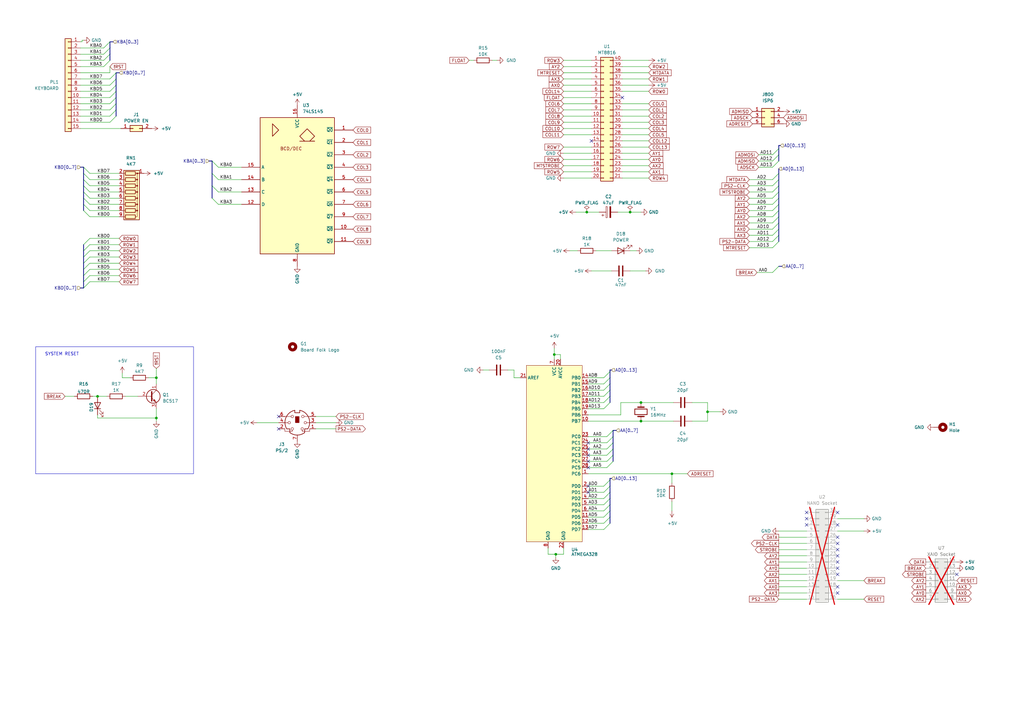
<source format=kicad_sch>
(kicad_sch (version 20230121) (generator eeschema)
  (paper "A3")
  (junction (at 227.965 227.33))
  (junction (at 258.445 86.995))
  (junction (at 40.005 162.56))
  (junction (at 227.33 145.415))
  (junction (at 275.59 194.31))
  (junction (at 290.195 168.91))
  (junction (at 262.89 165.1))
  (junction (at 262.89 172.72))
  (junction (at 240.665 86.995))
  (junction (at 64.135 171.45))
  (junction (at 64.135 154.94))
  (no_connect (at 241.3 186.69))
  (no_connect (at 242.57 57.785))
  (no_connect (at 114.3 170.815))
  (no_connect (at 114.3 175.895))
  (no_connect (at 343.535 240.665))
  (no_connect (at 343.535 243.205))
  (no_connect (at 255.27 40.005))
  (no_connect (at 343.535 215.265))
  (no_connect (at 343.535 220.345))
  (no_connect (at 343.535 222.885))
  (no_connect (at 343.535 225.425))
  (no_connect (at 343.535 227.965))
  (no_connect (at 343.535 230.505))
  (no_connect (at 343.535 233.045))
  (no_connect (at 330.835 210.185))
  (no_connect (at 330.835 212.725))
  (no_connect (at 330.835 215.265))
  (no_connect (at 343.535 210.185))
  (no_connect (at 241.3 181.61))
  (no_connect (at 241.3 191.77))
  (no_connect (at 241.3 189.23))
  (no_connect (at 241.3 201.93))
  (no_connect (at 392.43 235.585))
  (no_connect (at 241.3 184.15))
  (no_connect (at 343.535 235.585))
  (no_connect (at 241.3 199.39))
  (bus_entry (at 47.625 29.845) (size -2.54 2.54))
  (bus_entry (at 34.29 105.41) (size 2.54 -2.54))
  (bus_entry (at 45.085 22.225) (size -2.54 2.54))
  (bus_entry (at 247.65 207.01) (size 2.54 -2.54))
  (bus_entry (at 86.995 71.12) (size 2.54 2.54))
  (bus_entry (at 316.865 83.82) (size 2.54 -2.54))
  (bus_entry (at 34.29 102.87) (size 2.54 -2.54))
  (bus_entry (at 34.29 86.36) (size 2.54 2.54))
  (bus_entry (at 316.865 93.98) (size 2.54 -2.54))
  (bus_entry (at 316.865 66.04) (size 2.54 -2.54))
  (bus_entry (at 248.92 179.07) (size 2.54 -2.54))
  (bus_entry (at 248.92 191.77) (size 2.54 -2.54))
  (bus_entry (at 34.29 76.2) (size 2.54 2.54))
  (bus_entry (at 247.65 160.02) (size 2.54 -2.54))
  (bus_entry (at 34.29 107.95) (size 2.54 -2.54))
  (bus_entry (at 247.65 157.48) (size 2.54 -2.54))
  (bus_entry (at 248.92 189.23) (size 2.54 -2.54))
  (bus_entry (at 47.625 32.385) (size -2.54 2.54))
  (bus_entry (at 316.865 63.5) (size 2.54 -2.54))
  (bus_entry (at 247.65 199.39) (size 2.54 -2.54))
  (bus_entry (at 247.65 201.93) (size 2.54 -2.54))
  (bus_entry (at 34.29 73.66) (size 2.54 2.54))
  (bus_entry (at 34.29 68.58) (size 2.54 2.54))
  (bus_entry (at 34.29 110.49) (size 2.54 -2.54))
  (bus_entry (at 247.65 217.17) (size 2.54 -2.54))
  (bus_entry (at 316.865 76.2) (size 2.54 -2.54))
  (bus_entry (at 34.29 115.57) (size 2.54 -2.54))
  (bus_entry (at 34.29 83.82) (size 2.54 2.54))
  (bus_entry (at 247.65 212.09) (size 2.54 -2.54))
  (bus_entry (at 316.865 86.36) (size 2.54 -2.54))
  (bus_entry (at 248.92 186.69) (size 2.54 -2.54))
  (bus_entry (at 34.29 78.74) (size 2.54 2.54))
  (bus_entry (at 247.65 167.64) (size 2.54 -2.54))
  (bus_entry (at 47.625 40.005) (size -2.54 2.54))
  (bus_entry (at 247.65 214.63) (size 2.54 -2.54))
  (bus_entry (at 47.625 34.925) (size -2.54 2.54))
  (bus_entry (at 248.92 184.15) (size 2.54 -2.54))
  (bus_entry (at 316.865 99.06) (size 2.54 -2.54))
  (bus_entry (at 45.085 17.145) (size -2.54 2.54))
  (bus_entry (at 45.085 19.685) (size -2.54 2.54))
  (bus_entry (at 316.865 73.66) (size 2.54 -2.54))
  (bus_entry (at 247.65 209.55) (size 2.54 -2.54))
  (bus_entry (at 34.29 113.03) (size 2.54 -2.54))
  (bus_entry (at 47.625 47.625) (size -2.54 2.54))
  (bus_entry (at 248.92 181.61) (size 2.54 -2.54))
  (bus_entry (at 316.865 78.74) (size 2.54 -2.54))
  (bus_entry (at 316.865 68.58) (size 2.54 -2.54))
  (bus_entry (at 34.29 100.33) (size 2.54 -2.54))
  (bus_entry (at 34.29 118.11) (size 2.54 -2.54))
  (bus_entry (at 316.865 88.9) (size 2.54 -2.54))
  (bus_entry (at 316.865 81.28) (size 2.54 -2.54))
  (bus_entry (at 316.865 91.44) (size 2.54 -2.54))
  (bus_entry (at 316.865 111.76) (size 2.54 -2.54))
  (bus_entry (at 86.995 76.2) (size 2.54 2.54))
  (bus_entry (at 34.29 81.28) (size 2.54 2.54))
  (bus_entry (at 86.995 81.28) (size 2.54 2.54))
  (bus_entry (at 34.29 71.12) (size 2.54 2.54))
  (bus_entry (at 86.995 66.04) (size 2.54 2.54))
  (bus_entry (at 247.65 162.56) (size 2.54 -2.54))
  (bus_entry (at 316.865 101.6) (size 2.54 -2.54))
  (bus_entry (at 47.625 37.465) (size -2.54 2.54))
  (bus_entry (at 45.085 24.765) (size -2.54 2.54))
  (bus_entry (at 247.65 165.1) (size 2.54 -2.54))
  (bus_entry (at 316.865 96.52) (size 2.54 -2.54))
  (bus_entry (at 47.625 45.085) (size -2.54 2.54))
  (bus_entry (at 47.625 42.545) (size -2.54 2.54))
  (bus_entry (at 247.65 204.47) (size 2.54 -2.54))
  (bus_entry (at 247.65 154.94) (size 2.54 -2.54))
  (wire (pts (xy 231.14 52.705) (xy 242.57 52.705)))
  (bus (pts (xy 251.46 186.69) (xy 251.46 189.23)))
  (wire (pts (xy 50.165 154.94) (xy 53.34 154.94)))
  (bus (pts (xy 250.19 151.765) (xy 250.19 152.4)))
  (wire (pts (xy 255.27 60.325) (xy 266.065 60.325)))
  (wire (pts (xy 319.405 240.665) (xy 330.835 240.665)))
  (bus (pts (xy 319.405 109.22) (xy 320.675 109.22)))
  (wire (pts (xy 319.405 235.585) (xy 330.835 235.585)))
  (wire (pts (xy 241.3 184.15) (xy 248.92 184.15)))
  (wire (pts (xy 231.14 73.025) (xy 242.57 73.025)))
  (wire (pts (xy 231.14 47.625) (xy 242.57 47.625)))
  (wire (pts (xy 241.3 172.72) (xy 262.89 172.72)))
  (bus (pts (xy 86.995 76.2) (xy 86.995 81.28)))
  (wire (pts (xy 255.27 34.925) (xy 266.065 34.925)))
  (wire (pts (xy 241.3 170.18) (xy 254.635 170.18)))
  (bus (pts (xy 250.19 201.93) (xy 250.19 204.47)))
  (wire (pts (xy 129.54 175.895) (xy 137.795 175.895)))
  (wire (pts (xy 99.06 78.74) (xy 89.535 78.74)))
  (wire (pts (xy 307.34 93.98) (xy 316.865 93.98)))
  (wire (pts (xy 319.405 245.745) (xy 330.835 245.745)))
  (bus (pts (xy 47.625 32.385) (xy 47.625 34.925)))
  (wire (pts (xy 241.3 214.63) (xy 247.65 214.63)))
  (wire (pts (xy 48.895 115.57) (xy 36.83 115.57)))
  (wire (pts (xy 48.895 107.95) (xy 36.83 107.95)))
  (wire (pts (xy 48.895 86.36) (xy 36.83 86.36)))
  (wire (pts (xy 48.895 81.28) (xy 36.83 81.28)))
  (wire (pts (xy 227.965 227.33) (xy 224.79 227.33)))
  (wire (pts (xy 283.845 172.72) (xy 290.195 172.72)))
  (wire (pts (xy 307.34 91.44) (xy 316.865 91.44)))
  (wire (pts (xy 266.065 73.025) (xy 255.27 73.025)))
  (bus (pts (xy 319.405 93.98) (xy 319.405 96.52)))
  (wire (pts (xy 48.895 76.2) (xy 36.83 76.2)))
  (wire (pts (xy 241.3 160.02) (xy 247.65 160.02)))
  (wire (pts (xy 241.3 199.39) (xy 247.65 199.39)))
  (wire (pts (xy 33.02 47.625) (xy 45.085 47.625)))
  (bus (pts (xy 45.085 19.685) (xy 45.085 22.225)))
  (bus (pts (xy 251.46 179.07) (xy 251.46 181.61)))
  (wire (pts (xy 129.54 170.815) (xy 137.795 170.815)))
  (wire (pts (xy 242.57 111.125) (xy 250.825 111.125)))
  (bus (pts (xy 251.46 176.53) (xy 251.46 179.07)))
  (wire (pts (xy 48.895 73.66) (xy 36.83 73.66)))
  (wire (pts (xy 255.27 70.485) (xy 266.065 70.485)))
  (bus (pts (xy 85.725 66.04) (xy 86.995 66.04)))
  (wire (pts (xy 34.29 16.51) (xy 33.655 16.51)))
  (wire (pts (xy 231.14 62.865) (xy 242.57 62.865)))
  (wire (pts (xy 231.14 45.085) (xy 242.57 45.085)))
  (bus (pts (xy 250.825 151.765) (xy 250.19 151.765)))
  (wire (pts (xy 48.895 78.74) (xy 36.83 78.74)))
  (wire (pts (xy 33.02 27.305) (xy 42.545 27.305)))
  (wire (pts (xy 258.445 111.125) (xy 264.795 111.125)))
  (wire (pts (xy 231.14 32.385) (xy 242.57 32.385)))
  (bus (pts (xy 251.46 181.61) (xy 251.46 184.15)))
  (wire (pts (xy 241.3 189.23) (xy 248.92 189.23)))
  (bus (pts (xy 33.02 118.11) (xy 34.29 118.11)))
  (wire (pts (xy 33.02 19.685) (xy 42.545 19.685)))
  (bus (pts (xy 250.19 157.48) (xy 250.19 160.02)))
  (bus (pts (xy 319.405 83.82) (xy 319.405 86.36)))
  (wire (pts (xy 255.27 62.865) (xy 266.065 62.865)))
  (wire (pts (xy 48.895 71.12) (xy 36.83 71.12)))
  (wire (pts (xy 99.06 83.82) (xy 89.535 83.82)))
  (wire (pts (xy 255.27 27.305) (xy 266.065 27.305)))
  (wire (pts (xy 33.02 29.845) (xy 45.085 29.845)))
  (wire (pts (xy 343.535 217.805) (xy 354.33 217.805)))
  (wire (pts (xy 241.3 167.64) (xy 247.65 167.64)))
  (wire (pts (xy 227.965 227.33) (xy 227.965 228.6)))
  (bus (pts (xy 319.405 88.9) (xy 319.405 91.44)))
  (bus (pts (xy 34.29 78.74) (xy 34.29 81.28)))
  (wire (pts (xy 254.635 165.1) (xy 262.89 165.1)))
  (bus (pts (xy 319.405 86.36) (xy 319.405 88.9)))
  (wire (pts (xy 49.53 52.705) (xy 33.02 52.705)))
  (wire (pts (xy 275.59 194.31) (xy 281.94 194.31)))
  (wire (pts (xy 33.655 16.51) (xy 33.655 17.145)))
  (wire (pts (xy 319.405 225.425) (xy 330.835 225.425)))
  (wire (pts (xy 319.405 222.885) (xy 330.835 222.885)))
  (wire (pts (xy 33.02 40.005) (xy 45.085 40.005)))
  (wire (pts (xy 241.3 217.17) (xy 247.65 217.17)))
  (wire (pts (xy 241.3 209.55) (xy 247.65 209.55)))
  (wire (pts (xy 224.79 227.33) (xy 224.79 224.79)))
  (bus (pts (xy 250.19 212.09) (xy 250.19 214.63)))
  (bus (pts (xy 34.29 102.87) (xy 34.29 100.33)))
  (wire (pts (xy 307.34 96.52) (xy 316.865 96.52)))
  (wire (pts (xy 33.02 32.385) (xy 45.085 32.385)))
  (wire (pts (xy 319.405 233.045) (xy 330.835 233.045)))
  (wire (pts (xy 33.02 22.225) (xy 42.545 22.225)))
  (wire (pts (xy 241.3 179.07) (xy 248.92 179.07)))
  (bus (pts (xy 250.19 199.39) (xy 250.19 201.93)))
  (wire (pts (xy 48.895 97.79) (xy 36.83 97.79)))
  (wire (pts (xy 266.065 57.785) (xy 255.27 57.785)))
  (wire (pts (xy 255.27 29.845) (xy 266.065 29.845)))
  (bus (pts (xy 250.19 209.55) (xy 250.19 212.09)))
  (wire (pts (xy 48.895 83.82) (xy 36.83 83.82)))
  (wire (pts (xy 231.14 70.485) (xy 242.57 70.485)))
  (bus (pts (xy 250.19 196.85) (xy 250.19 199.39)))
  (wire (pts (xy 33.655 17.145) (xy 33.02 17.145)))
  (bus (pts (xy 250.19 207.01) (xy 250.19 209.55)))
  (wire (pts (xy 227.33 145.415) (xy 227.33 142.875)))
  (wire (pts (xy 307.34 101.6) (xy 316.865 101.6)))
  (wire (pts (xy 244.475 102.87) (xy 250.825 102.87)))
  (bus (pts (xy 34.29 107.95) (xy 34.29 105.41)))
  (bus (pts (xy 320.04 59.69) (xy 319.405 59.69)))
  (bus (pts (xy 250.19 196.215) (xy 250.19 196.85)))
  (wire (pts (xy 240.665 86.995) (xy 245.745 86.995)))
  (bus (pts (xy 34.29 115.57) (xy 34.29 113.03)))
  (wire (pts (xy 242.57 37.465) (xy 231.14 37.465)))
  (bus (pts (xy 46.355 17.145) (xy 45.085 17.145)))
  (bus (pts (xy 47.625 37.465) (xy 47.625 40.005)))
  (bus (pts (xy 250.19 160.02) (xy 250.19 162.56)))
  (wire (pts (xy 40.005 162.56) (xy 43.815 162.56)))
  (wire (pts (xy 64.135 151.13) (xy 64.135 154.94)))
  (wire (pts (xy 48.895 110.49) (xy 36.83 110.49)))
  (wire (pts (xy 343.535 245.745) (xy 354.33 245.745)))
  (bus (pts (xy 250.19 162.56) (xy 250.19 165.1)))
  (wire (pts (xy 255.27 50.165) (xy 266.065 50.165)))
  (wire (pts (xy 241.3 207.01) (xy 247.65 207.01)))
  (bus (pts (xy 33.02 68.58) (xy 34.29 68.58)))
  (bus (pts (xy 250.19 152.4) (xy 250.19 154.94)))
  (wire (pts (xy 231.14 42.545) (xy 242.57 42.545)))
  (wire (pts (xy 290.195 168.91) (xy 295.275 168.91)))
  (wire (pts (xy 258.445 86.995) (xy 262.89 86.995)))
  (wire (pts (xy 262.89 165.1) (xy 276.225 165.1)))
  (wire (pts (xy 33.02 50.165) (xy 45.085 50.165)))
  (bus (pts (xy 319.405 96.52) (xy 319.405 99.06)))
  (wire (pts (xy 319.405 217.805) (xy 330.835 217.805)))
  (bus (pts (xy 319.405 91.44) (xy 319.405 93.98)))
  (bus (pts (xy 319.405 60.96) (xy 319.405 63.5)))
  (bus (pts (xy 319.405 73.66) (xy 319.405 76.2)))
  (wire (pts (xy 229.87 145.415) (xy 227.33 145.415)))
  (bus (pts (xy 48.895 29.845) (xy 47.625 29.845)))
  (bus (pts (xy 319.405 78.74) (xy 319.405 81.28)))
  (wire (pts (xy 231.14 29.845) (xy 242.57 29.845)))
  (wire (pts (xy 99.06 73.66) (xy 89.535 73.66)))
  (bus (pts (xy 34.29 81.28) (xy 34.29 83.82)))
  (wire (pts (xy 233.68 102.87) (xy 236.855 102.87)))
  (bus (pts (xy 319.405 63.5) (xy 319.405 66.04)))
  (wire (pts (xy 343.535 212.725) (xy 354.33 212.725)))
  (wire (pts (xy 64.135 167.64) (xy 64.135 171.45)))
  (wire (pts (xy 33.02 42.545) (xy 45.085 42.545)))
  (bus (pts (xy 34.29 73.66) (xy 34.29 76.2)))
  (bus (pts (xy 319.405 59.69) (xy 319.405 60.96)))
  (bus (pts (xy 250.19 154.94) (xy 250.19 157.48)))
  (wire (pts (xy 290.195 172.72) (xy 290.195 168.91)))
  (wire (pts (xy 231.14 55.245) (xy 242.57 55.245)))
  (wire (pts (xy 319.405 238.125) (xy 330.835 238.125)))
  (wire (pts (xy 255.27 42.545) (xy 266.065 42.545)))
  (bus (pts (xy 252.73 176.53) (xy 251.46 176.53)))
  (bus (pts (xy 47.625 42.545) (xy 47.625 45.085)))
  (wire (pts (xy 343.535 238.125) (xy 354.33 238.125)))
  (wire (pts (xy 64.135 171.45) (xy 64.135 172.72)))
  (wire (pts (xy 307.34 81.28) (xy 316.865 81.28)))
  (wire (pts (xy 319.405 227.965) (xy 330.835 227.965)))
  (wire (pts (xy 231.14 67.945) (xy 242.57 67.945)))
  (wire (pts (xy 319.405 243.205) (xy 330.835 243.205)))
  (wire (pts (xy 48.895 113.03) (xy 36.83 113.03)))
  (wire (pts (xy 33.02 37.465) (xy 45.085 37.465)))
  (wire (pts (xy 26.67 162.56) (xy 30.48 162.56)))
  (wire (pts (xy 105.41 173.355) (xy 114.3 173.355)))
  (bus (pts (xy 250.19 204.47) (xy 250.19 207.01)))
  (wire (pts (xy 241.3 204.47) (xy 247.65 204.47)))
  (wire (pts (xy 290.195 165.1) (xy 290.195 168.91)))
  (wire (pts (xy 40.005 170.18) (xy 40.005 171.45)))
  (wire (pts (xy 307.34 88.9) (xy 316.865 88.9)))
  (bus (pts (xy 47.625 34.925) (xy 47.625 37.465)))
  (wire (pts (xy 275.59 205.74) (xy 275.59 209.55)))
  (wire (pts (xy 210.82 151.765) (xy 210.82 154.94)))
  (wire (pts (xy 227.33 145.415) (xy 227.33 147.32)))
  (wire (pts (xy 48.895 100.33) (xy 36.83 100.33)))
  (bus (pts (xy 34.29 71.12) (xy 34.29 73.66)))
  (wire (pts (xy 255.27 52.705) (xy 266.065 52.705)))
  (wire (pts (xy 229.87 147.32) (xy 229.87 145.415)))
  (wire (pts (xy 33.02 24.765) (xy 42.545 24.765)))
  (wire (pts (xy 254.635 170.18) (xy 254.635 165.1)))
  (wire (pts (xy 311.15 66.04) (xy 316.865 66.04)))
  (bus (pts (xy 45.085 17.145) (xy 45.085 19.685)))
  (bus (pts (xy 34.29 118.11) (xy 34.29 115.57)))
  (wire (pts (xy 40.005 171.45) (xy 64.135 171.45)))
  (wire (pts (xy 241.3 186.69) (xy 248.92 186.69)))
  (bus (pts (xy 86.995 71.12) (xy 86.995 76.2)))
  (bus (pts (xy 319.405 69.215) (xy 319.405 71.12)))
  (wire (pts (xy 241.3 162.56) (xy 247.65 162.56)))
  (wire (pts (xy 48.895 105.41) (xy 36.83 105.41)))
  (wire (pts (xy 307.34 76.2) (xy 316.865 76.2)))
  (wire (pts (xy 129.54 173.355) (xy 137.795 173.355)))
  (bus (pts (xy 250.825 196.215) (xy 250.19 196.215)))
  (wire (pts (xy 38.1 162.56) (xy 40.005 162.56)))
  (wire (pts (xy 255.27 45.085) (xy 266.065 45.085)))
  (wire (pts (xy 210.82 154.94) (xy 213.36 154.94)))
  (wire (pts (xy 241.3 157.48) (xy 247.65 157.48)))
  (wire (pts (xy 99.06 68.58) (xy 89.535 68.58)))
  (wire (pts (xy 236.22 86.995) (xy 240.665 86.995)))
  (wire (pts (xy 255.27 32.385) (xy 266.065 32.385)))
  (wire (pts (xy 231.14 227.33) (xy 227.965 227.33)))
  (wire (pts (xy 241.3 154.94) (xy 247.65 154.94)))
  (wire (pts (xy 231.14 224.79) (xy 231.14 227.33)))
  (bus (pts (xy 34.29 105.41) (xy 34.29 102.87)))
  (wire (pts (xy 307.34 78.74) (xy 316.865 78.74)))
  (wire (pts (xy 310.515 111.76) (xy 316.865 111.76)))
  (wire (pts (xy 255.27 24.765) (xy 266.065 24.765)))
  (wire (pts (xy 241.3 181.61) (xy 248.92 181.61)))
  (wire (pts (xy 311.15 63.5) (xy 316.865 63.5)))
  (wire (pts (xy 201.93 24.765) (xy 203.835 24.765)))
  (wire (pts (xy 319.405 220.345) (xy 330.835 220.345)))
  (bus (pts (xy 47.625 29.845) (xy 47.625 32.385)))
  (bus (pts (xy 34.29 113.03) (xy 34.29 110.49)))
  (wire (pts (xy 241.3 201.93) (xy 247.65 201.93)))
  (wire (pts (xy 307.34 83.82) (xy 316.865 83.82)))
  (bus (pts (xy 319.405 71.12) (xy 319.405 73.66)))
  (wire (pts (xy 262.89 172.72) (xy 276.225 172.72)))
  (wire (pts (xy 307.34 86.36) (xy 316.865 86.36)))
  (wire (pts (xy 231.14 65.405) (xy 242.57 65.405)))
  (wire (pts (xy 48.895 102.87) (xy 36.83 102.87)))
  (bus (pts (xy 47.625 45.085) (xy 47.625 47.625)))
  (wire (pts (xy 231.14 60.325) (xy 242.57 60.325)))
  (bus (pts (xy 45.085 22.225) (xy 45.085 24.765)))
  (bus (pts (xy 47.625 40.005) (xy 47.625 42.545)))
  (wire (pts (xy 258.445 102.87) (xy 260.985 102.87)))
  (bus (pts (xy 251.46 184.15) (xy 251.46 186.69)))
  (wire (pts (xy 275.59 194.31) (xy 275.59 198.12)))
  (bus (pts (xy 34.29 110.49) (xy 34.29 107.95)))
  (wire (pts (xy 241.3 165.1) (xy 247.65 165.1)))
  (wire (pts (xy 192.405 24.765) (xy 194.31 24.765)))
  (wire (pts (xy 51.435 162.56) (xy 56.515 162.56)))
  (bus (pts (xy 319.405 76.2) (xy 319.405 78.74)))
  (wire (pts (xy 208.28 151.765) (xy 210.82 151.765)))
  (wire (pts (xy 255.27 47.625) (xy 266.065 47.625)))
  (wire (pts (xy 45.085 29.845) (xy 45.085 27.305)))
  (wire (pts (xy 231.14 50.165) (xy 242.57 50.165)))
  (wire (pts (xy 319.405 230.505) (xy 330.835 230.505)))
  (wire (pts (xy 307.34 73.66) (xy 316.865 73.66)))
  (wire (pts (xy 64.135 154.94) (xy 64.135 157.48)))
  (wire (pts (xy 241.3 191.77) (xy 248.92 191.77)))
  (bus (pts (xy 34.29 68.58) (xy 34.29 71.12)))
  (bus (pts (xy 34.29 76.2) (xy 34.29 78.74)))
  (bus (pts (xy 319.405 81.28) (xy 319.405 83.82)))
  (wire (pts (xy 231.14 24.765) (xy 242.57 24.765)))
  (wire (pts (xy 33.02 34.925) (xy 45.085 34.925)))
  (wire (pts (xy 307.34 99.06) (xy 316.865 99.06)))
  (wire (pts (xy 50.165 153.035) (xy 50.165 154.94)))
  (wire (pts (xy 253.365 86.995) (xy 258.445 86.995)))
  (wire (pts (xy 198.12 151.765) (xy 200.66 151.765)))
  (wire (pts (xy 283.845 165.1) (xy 290.195 165.1)))
  (wire (pts (xy 241.3 212.09) (xy 247.65 212.09)))
  (wire (pts (xy 60.96 154.94) (xy 64.135 154.94)))
  (bus (pts (xy 86.995 66.04) (xy 86.995 71.12)))
  (wire (pts (xy 231.14 27.305) (xy 242.57 27.305)))
  (wire (pts (xy 255.27 55.245) (xy 266.065 55.245)))
  (wire (pts (xy 241.3 194.31) (xy 275.59 194.31)))
  (bus (pts (xy 34.29 83.82) (xy 34.29 86.36)))
  (wire (pts (xy 311.15 68.58) (xy 316.865 68.58)))
  (wire (pts (xy 231.14 40.005) (xy 242.57 40.005)))
  (wire (pts (xy 255.27 67.945) (xy 266.065 67.945)))
  (wire (pts (xy 48.895 88.9) (xy 36.83 88.9)))
  (wire (pts (xy 255.27 65.405) (xy 266.065 65.405)))
  (wire (pts (xy 33.02 45.085) (xy 45.085 45.085)))
  (wire (pts (xy 231.14 34.925) (xy 242.57 34.925)))
  (wire (pts (xy 255.27 37.465) (xy 266.065 37.465)))
  (rectangle (start 14.605 142.24) (end 79.375 194.31))
  (text "SYSTEM RESET" (at 18.415 146.05 0) (effects (font (size 1.27 1.27)) (justify left bottom)))
  (label "AA0" (at 243.205 179.07 0))
  (label "AA0" (at 311.15 111.76 0))
  (label "KBA3" (at 36.83 27.305 0))
  (label "KBD4" (at 36.83 40.005 0))
  (label "AD8" (at 241.3 154.94 0))
  (label "AA4" (at 243.205 189.23 0))
  (label "AD11" (at 310.515 96.52 0))
  (label "KBA2" (at 36.83 24.765 0))
  (label "KBD2" (at 36.83 45.085 0))
  (label "KBD2" (at 45.085 83.82 180))
  (label "AD11" (at 311.785 63.5 0))
  (label "AD9" (at 241.3 157.48 0))
  (label "AD4" (at 310.515 78.74 0))
  (label "AD6" (at 241.3 214.63 0))
  (label "AD10" (at 310.515 93.98 0))
  (label "AD0" (at 241.3 199.39 0))
  (label "KBA1" (at 95.25 73.66 180))
  (label "AD13" (at 310.515 101.6 0))
  (label "AD13" (at 241.3 167.64 0))
  (label "KBD0" (at 36.83 50.165 0))
  (label "AD7" (at 310.515 86.36 0))
  (label "AA3" (at 243.205 186.69 0))
  (label "KBA0" (at 95.25 68.58 180))
  (label "KBD0" (at 45.085 88.9 180))
  (label "KBA0" (at 36.83 19.685 0))
  (label "AD12" (at 311.785 66.04 0))
  (label "KBD4" (at 45.085 107.95 180))
  (label "KBD6" (at 36.83 34.925 0))
  (label "KBA1" (at 36.83 22.225 0))
  (label "AD1" (at 241.3 201.93 0))
  (label "KBD3" (at 36.83 42.545 0))
  (label "KBD4" (at 45.085 78.74 180))
  (label "AD10" (at 241.3 160.02 0))
  (label "KBD3" (at 45.085 81.28 180))
  (label "AD8" (at 310.515 88.9 0))
  (label "KBD1" (at 36.83 47.625 0))
  (label "KBA3" (at 95.25 83.82 180))
  (label "AA2" (at 243.205 184.15 0))
  (label "KBD2" (at 45.085 102.87 180))
  (label "AD2" (at 241.3 204.47 0))
  (label "AD4" (at 241.3 209.55 0))
  (label "KBD5" (at 36.83 37.465 0))
  (label "KBD0" (at 45.085 97.79 180))
  (label "AD5" (at 241.3 212.09 0))
  (label "AD5" (at 310.515 81.28 0))
  (label "AA1" (at 243.205 181.61 0))
  (label "AD6" (at 310.515 83.82 0))
  (label "KBD6" (at 45.085 73.66 180))
  (label "KBD5" (at 45.085 110.49 180))
  (label "AD2" (at 310.515 73.66 0))
  (label "KBA2" (at 95.25 78.74 180))
  (label "AD12" (at 241.3 165.1 0))
  (label "AD13" (at 311.785 68.58 0))
  (label "KBD7" (at 45.085 115.57 180))
  (label "KBD6" (at 45.085 113.03 180))
  (label "KBD7" (at 36.83 32.385 0))
  (label "AA5" (at 243.205 191.77 0))
  (label "KBD5" (at 45.085 76.2 180))
  (label "AD12" (at 310.515 99.06 0))
  (label "AD3" (at 241.3 207.01 0))
  (label "AD9" (at 310.515 91.44 0))
  (label "KBD1" (at 45.085 86.36 180))
  (label "AD11" (at 241.3 162.56 0))
  (label "AD7" (at 241.3 217.17 0))
  (label "KBD3" (at 45.085 105.41 180))
  (label "KBD1" (at 45.085 100.33 180))
  (label "KBD7" (at 45.085 71.12 180))
  (label "AD3" (at 310.515 76.2 0))
  (global_label "ADMISO" (shape input) (at 311.15 66.04 180) (property "Intersheetrefs" "${INTERSHEET_REFS}" (effects hide)))
  (global_label "MTRESET" (shape input) (at 307.34 101.6 180) (property "Intersheetrefs" "${INTERSHEET_REFS}" (effects hide)))
  (global_label "PS2-CLK" (shape input) (at 307.34 76.2 180) (property "Intersheetrefs" "${INTERSHEET_REFS}" (effects hide)))
  (global_label "AY0" (shape output) (at 319.405 233.045 180) (property "Intersheetrefs" "${INTERSHEET_REFS}" (effects hide)))
  (global_label "ROW2" (shape input) (at 266.065 27.305 0) (property "Intersheetrefs" "${INTERSHEET_REFS}" (effects hide)))
  (global_label "AX2" (shape output) (at 379.73 245.745 180) (property "Intersheetrefs" "${INTERSHEET_REFS}" (effects hide)))
  (global_label "ROW1" (shape input) (at 266.065 32.385 0) (property "Intersheetrefs" "${INTERSHEET_REFS}" (effects hide)))
  (global_label "AX0" (shape input) (at 231.14 34.925 180) (property "Intersheetrefs" "${INTERSHEET_REFS}" (effects hide)))
  (global_label "COL5" (shape input) (at 144.78 78.74 0) (property "Intersheetrefs" "${INTERSHEET_REFS}" (effects hide)))
  (global_label "COL8" (shape input) (at 144.78 93.98 0) (property "Intersheetrefs" "${INTERSHEET_REFS}" (effects hide)))
  (global_label "ADRESET" (shape input) (at 281.94 194.31 0) (property "Intersheetrefs" "${INTERSHEET_REFS}" (effects hide)))
  (global_label "BREAK" (shape input) (at 379.73 233.045 180) (property "Intersheetrefs" "${INTERSHEET_REFS}" (effects hide)))
  (global_label "PS2-DATA" (shape output) (at 137.795 175.895 0) (property "Intersheetrefs" "${INTERSHEET_REFS}" (effects hide)))
  (global_label "AX2" (shape input) (at 266.065 67.945 0) (property "Intersheetrefs" "${INTERSHEET_REFS}" (effects hide)))
  (global_label "AY1" (shape input) (at 266.065 62.865 0) (property "Intersheetrefs" "${INTERSHEET_REFS}" (effects hide)))
  (global_label "DATA" (shape output) (at 379.73 230.505 180) (property "Intersheetrefs" "${INTERSHEET_REFS}" (effects hide)))
  (global_label "AY2" (shape output) (at 319.405 227.965 180) (property "Intersheetrefs" "${INTERSHEET_REFS}" (effects hide)))
  (global_label "AX0" (shape input) (at 307.34 93.98 180) (property "Intersheetrefs" "${INTERSHEET_REFS}" (effects hide)))
  (global_label "ADMOSI" (shape input) (at 321.31 48.26 0) (property "Intersheetrefs" "${INTERSHEET_REFS}" (effects hide)))
  (global_label "MTDATA" (shape input) (at 307.34 73.66 180) (property "Intersheetrefs" "${INTERSHEET_REFS}" (effects hide)))
  (global_label "BREAK" (shape input) (at 26.67 162.56 180) (property "Intersheetrefs" "${INTERSHEET_REFS}" (effects hide)))
  (global_label "COL0" (shape input) (at 266.065 42.545 0) (property "Intersheetrefs" "${INTERSHEET_REFS}" (effects hide)))
  (global_label "AY1" (shape input) (at 307.34 83.82 180) (property "Intersheetrefs" "${INTERSHEET_REFS}" (effects hide)))
  (global_label "ADMOSI" (shape input) (at 311.15 63.5 180) (property "Intersheetrefs" "${INTERSHEET_REFS}" (effects hide)))
  (global_label "AX3" (shape output) (at 392.43 240.665 0) (property "Intersheetrefs" "${INTERSHEET_REFS}" (effects hide)))
  (global_label "ROW6" (shape input) (at 48.895 113.03 0) (property "Intersheetrefs" "${INTERSHEET_REFS}" (effects hide)))
  (global_label "ROW2" (shape input) (at 48.895 102.87 0) (property "Intersheetrefs" "${INTERSHEET_REFS}" (effects hide)))
  (global_label "ROW5" (shape input) (at 231.14 70.485 180) (property "Intersheetrefs" "${INTERSHEET_REFS}" (effects hide)))
  (global_label "ROW6" (shape input) (at 231.14 65.405 180) (property "Intersheetrefs" "${INTERSHEET_REFS}" (effects hide)))
  (global_label "COL0" (shape input) (at 144.78 53.34 0) (property "Intersheetrefs" "${INTERSHEET_REFS}" (effects hide)))
  (global_label "COL6" (shape input) (at 144.78 83.82 0) (property "Intersheetrefs" "${INTERSHEET_REFS}" (effects hide)))
  (global_label "COL2" (shape input) (at 144.78 63.5 0) (property "Intersheetrefs" "${INTERSHEET_REFS}" (effects hide)))
  (global_label "RESET" (shape input) (at 354.33 245.745 0) (property "Intersheetrefs" "${INTERSHEET_REFS}" (effects hide)))
  (global_label "MTDATA" (shape input) (at 266.065 29.845 0) (property "Intersheetrefs" "${INTERSHEET_REFS}" (effects hide)))
  (global_label "PS2-DATA" (shape input) (at 307.34 99.06 180) (property "Intersheetrefs" "${INTERSHEET_REFS}" (effects hide)))
  (global_label "ROW0" (shape input) (at 266.065 37.465 0) (property "Intersheetrefs" "${INTERSHEET_REFS}" (effects hide)))
  (global_label "ROW0" (shape input) (at 48.895 97.79 0) (property "Intersheetrefs" "${INTERSHEET_REFS}" (effects hide)))
  (global_label "PS2-CLK" (shape input) (at 137.795 170.815 0) (property "Intersheetrefs" "${INTERSHEET_REFS}" (effects hide)))
  (global_label "MTRESET" (shape input) (at 231.14 29.845 180) (property "Intersheetrefs" "${INTERSHEET_REFS}" (effects hide)))
  (global_label "COL12" (shape input) (at 266.065 57.785 0) (property "Intersheetrefs" "${INTERSHEET_REFS}" (effects hide)))
  (global_label "!RST" (shape input) (at 64.135 151.13 90) (property "Intersheetrefs" "${INTERSHEET_REFS}" (effects hide)))
  (global_label "COL11" (shape input) (at 231.14 55.245 180) (property "Intersheetrefs" "${INTERSHEET_REFS}" (effects hide)))
  (global_label "AX0" (shape output) (at 392.43 243.205 0) (property "Intersheetrefs" "${INTERSHEET_REFS}" (effects hide)))
  (global_label "BREAK" (shape input) (at 354.33 238.125 0) (property "Intersheetrefs" "${INTERSHEET_REFS}" (effects hide)))
  (global_label "!RST" (shape input) (at 45.085 27.305 0) (property "Intersheetrefs" "${INTERSHEET_REFS}" (effects hide)))
  (global_label "COL13" (shape input) (at 266.065 60.325 0) (property "Intersheetrefs" "${INTERSHEET_REFS}" (effects hide)))
  (global_label "COL1" (shape input) (at 266.065 45.085 0) (property "Intersheetrefs" "${INTERSHEET_REFS}" (effects hide)))
  (global_label "COL10" (shape input) (at 231.14 52.705 180) (property "Intersheetrefs" "${INTERSHEET_REFS}" (effects hide)))
  (global_label "AY0" (shape input) (at 266.065 65.405 0) (property "Intersheetrefs" "${INTERSHEET_REFS}" (effects hide)))
  (global_label "ROW1" (shape input) (at 48.895 100.33 0) (property "Intersheetrefs" "${INTERSHEET_REFS}" (effects hide)))
  (global_label "COL2" (shape input) (at 266.065 47.625 0) (property "Intersheetrefs" "${INTERSHEET_REFS}" (effects hide)))
  (global_label "BREAK" (shape input) (at 310.515 111.76 180) (property "Intersheetrefs" "${INTERSHEET_REFS}" (effects hide)))
  (global_label "MTSTROBE" (shape input) (at 307.34 78.74 180) (property "Intersheetrefs" "${INTERSHEET_REFS}" (effects hide)))
  (global_label "COL14" (shape input) (at 231.14 37.465 180) (property "Intersheetrefs" "${INTERSHEET_REFS}" (effects hide)))
  (global_label "AY1" (shape output) (at 379.73 240.665 180) (property "Intersheetrefs" "${INTERSHEET_REFS}" (effects hide)))
  (global_label "ADSCK" (shape input) (at 308.61 48.26 180) (property "Intersheetrefs" "${INTERSHEET_REFS}" (effects hide)))
  (global_label "AX3" (shape input) (at 307.34 96.52 180) (property "Intersheetrefs" "${INTERSHEET_REFS}" (effects hide)))
  (global_label "AX2" (shape output) (at 319.405 235.585 180) (property "Intersheetrefs" "${INTERSHEET_REFS}" (effects hide)))
  (global_label "COL6" (shape input) (at 231.14 42.545 180) (property "Intersheetrefs" "${INTERSHEET_REFS}" (effects hide)))
  (global_label "AY1" (shape output) (at 319.405 230.505 180) (property "Intersheetrefs" "${INTERSHEET_REFS}" (effects hide)))
  (global_label "COL9" (shape input) (at 144.78 99.06 0) (property "Intersheetrefs" "${INTERSHEET_REFS}" (effects hide)))
  (global_label "ROW4" (shape input) (at 48.895 107.95 0) (property "Intersheetrefs" "${INTERSHEET_REFS}" (effects hide)))
  (global_label "MTSTROBE" (shape input) (at 231.14 67.945 180) (property "Intersheetrefs" "${INTERSHEET_REFS}" (effects hide)))
  (global_label "PS2-CLK" (shape output) (at 319.405 222.885 180) (property "Intersheetrefs" "${INTERSHEET_REFS}" (effects hide)))
  (global_label "ROW3" (shape input) (at 231.14 24.765 180) (property "Intersheetrefs" "${INTERSHEET_REFS}" (effects hide)))
  (global_label "RESET" (shape input) (at 392.43 238.125 0) (property "Intersheetrefs" "${INTERSHEET_REFS}" (effects hide)))
  (global_label "FLOAT" (shape input) (at 231.14 40.005 180) (property "Intersheetrefs" "${INTERSHEET_REFS}" (effects hide)))
  (global_label "COL4" (shape input) (at 144.78 73.66 0) (property "Intersheetrefs" "${INTERSHEET_REFS}" (effects hide)))
  (global_label "ADMISO" (shape input) (at 308.61 45.72 180) (property "Intersheetrefs" "${INTERSHEET_REFS}" (effects hide)))
  (global_label "AY0" (shape output) (at 379.73 243.205 180) (property "Intersheetrefs" "${INTERSHEET_REFS}" (effects hide)))
  (global_label "AY2" (shape input) (at 231.14 27.305 180) (property "Intersheetrefs" "${INTERSHEET_REFS}" (effects hide)))
  (global_label "COL5" (shape input) (at 266.065 55.245 0) (property "Intersheetrefs" "${INTERSHEET_REFS}" (effects hide)))
  (global_label "DATA" (shape output) (at 319.405 220.345 180) (property "Intersheetrefs" "${INTERSHEET_REFS}" (effects hide)))
  (global_label "ROW4" (shape input) (at 266.065 73.025 0) (property "Intersheetrefs" "${INTERSHEET_REFS}" (effects hide)))
  (global_label "AY2" (shape output) (at 379.73 238.125 180) (property "Intersheetrefs" "${INTERSHEET_REFS}" (effects hide)))
  (global_label "ADSCK" (shape input) (at 311.15 68.58 180) (property "Intersheetrefs" "${INTERSHEET_REFS}" (effects hide)))
  (global_label "AX1" (shape input) (at 266.065 70.485 0) (property "Intersheetrefs" "${INTERSHEET_REFS}" (effects hide)))
  (global_label "COL3" (shape input) (at 144.78 68.58 0) (property "Intersheetrefs" "${INTERSHEET_REFS}" (effects hide)))
  (global_label "ROW5" (shape input) (at 48.895 110.49 0) (property "Intersheetrefs" "${INTERSHEET_REFS}" (effects hide)))
  (global_label "AX3" (shape output) (at 319.405 243.205 180) (property "Intersheetrefs" "${INTERSHEET_REFS}" (effects hide)))
  (global_label "AX1" (shape input) (at 307.34 91.44 180) (property "Intersheetrefs" "${INTERSHEET_REFS}" (effects hide)))
  (global_label "AX0" (shape output) (at 319.405 240.665 180) (property "Intersheetrefs" "${INTERSHEET_REFS}" (effects hide)))
  (global_label "ADRESET" (shape input) (at 308.61 50.8 180) (property "Intersheetrefs" "${INTERSHEET_REFS}" (effects hide)))
  (global_label "AX1" (shape output) (at 392.43 245.745 0) (property "Intersheetrefs" "${INTERSHEET_REFS}" (effects hide)))
  (global_label "AY0" (shape input) (at 307.34 86.36 180) (property "Intersheetrefs" "${INTERSHEET_REFS}" (effects hide)))
  (global_label "COL7" (shape input) (at 144.78 88.9 0) (property "Intersheetrefs" "${INTERSHEET_REFS}" (effects hide)))
  (global_label "ROW7" (shape input) (at 231.14 60.325 180) (property "Intersheetrefs" "${INTERSHEET_REFS}" (effects hide)))
  (global_label "COL9" (shape input) (at 231.14 50.165 180) (property "Intersheetrefs" "${INTERSHEET_REFS}" (effects hide)))
  (global_label "AY2" (shape input) (at 307.34 81.28 180) (property "Intersheetrefs" "${INTERSHEET_REFS}" (effects hide)))
  (global_label "COL3" (shape input) (at 266.065 50.165 0) (property "Intersheetrefs" "${INTERSHEET_REFS}" (effects hide)))
  (global_label "STROBE" (shape output) (at 319.405 225.425 180) (property "Intersheetrefs" "${INTERSHEET_REFS}" (effects hide)))
  (global_label "FLOAT" (shape input) (at 192.405 24.765 180) (property "Intersheetrefs" "${INTERSHEET_REFS}" (effects hide)))
  (global_label "ROW7" (shape input) (at 48.895 115.57 0) (property "Intersheetrefs" "${INTERSHEET_REFS}" (effects hide)))
  (global_label "COL8" (shape input) (at 231.14 47.625 180) (property "Intersheetrefs" "${INTERSHEET_REFS}" (effects hide)))
  (global_label "COL1" (shape input) (at 144.78 58.42 0) (property "Intersheetrefs" "${INTERSHEET_REFS}" (effects hide)))
  (global_label "STROBE" (shape output) (at 379.73 235.585 180) (property "Intersheetrefs" "${INTERSHEET_REFS}" (effects hide)))
  (global_label "COL7" (shape input) (at 231.14 45.085 180) (property "Intersheetrefs" "${INTERSHEET_REFS}" (effects hide)))
  (global_label "AX3" (shape input) (at 231.14 32.385 180) (property "Intersheetrefs" "${INTERSHEET_REFS}" (effects hide)))
  (global_label "AX2" (shape input) (at 307.34 88.9 180) (property "Intersheetrefs" "${INTERSHEET_REFS}" (effects hide)))
  (global_label "ROW3" (shape input) (at 48.895 105.41 0) (property "Intersheetrefs" "${INTERSHEET_REFS}" (effects hide)))
  (global_label "COL4" (shape input) (at 266.065 52.705 0) (property "Intersheetrefs" "${INTERSHEET_REFS}" (effects hide)))
  (global_label "AX1" (shape output) (at 319.405 238.125 180) (property "Intersheetrefs" "${INTERSHEET_REFS}" (effects hide)))
  (global_label "PS2-DATA" (shape input) (at 319.405 245.745 180) (property "Intersheetrefs" "${INTERSHEET_REFS}" (effects hide)))
  (hierarchical_label "AD[0..13]" (shape input) (at 250.825 196.215 0))
  (hierarchical_label "KBA[0..3]" (shape input) (at 46.355 17.145 0))
  (hierarchical_label "KBD[0..7]" (shape input) (at 33.02 68.58 180))
  (hierarchical_label "AD[0..13]" (shape input) (at 320.04 59.69 0))
  (hierarchical_label "KBD[0..7]" (shape input) (at 33.02 118.11 180))
  (hierarchical_label "AA[0..7]" (shape input) (at 320.675 109.22 0))
  (hierarchical_label "AD[0..13]" (shape input) (at 319.405 69.215 0))
  (hierarchical_label "KBA[0..3]" (shape input) (at 85.725 66.04 180))
  (hierarchical_label "AD[0..13]" (shape input) (at 250.825 151.765 0))
  (hierarchical_label "KBD[0..7]" (shape input) (at 48.895 29.845 0))
  (hierarchical_label "AA[0..7]" (shape input) (at 252.73 176.53 0))
  (symbol (lib_id "Device:C") (at 280.035 172.72 90) (unit 1)
    (property "Reference" "C4" (at 280.035 177.8 90))
    (property "Value" "20pF" (at 280.035 180.34 90))
    (property "Footprint" "Capacitor_THT:C_Disc_D3.0mm_W1.6mm_P2.50mm" (effects hide))
  )
  (symbol (lib_id "Connector_Generic:Conn_02x07_Counter_Clockwise") (at 384.81 238.125 0) (unit 1) (in_bom no) (on_board no) (dnp yes)
    (property "Reference" "U7" (at 386.08 224.79 0))
    (property "Value" "XAIO Socket" (at 386.08 227.33 0))
    (property "Footprint" "Arduino:XAIO 14PIN" (effects hide))
    (property "Sim.Enable" "0" (effects hide))
  )
  (symbol (lib_id "power:PWR_FLAG") (at 258.445 86.995 0) (unit 1)
    (property "Reference" "#FLG02" (effects hide))
    (property "Value" "PWR_FLAG" (at 258.445 83.185 0))
  )
  (symbol (lib_id "Connector_Generic:Conn_02x15_Counter_Clockwise") (at 335.915 227.965 0) (unit 1) (in_bom no) (on_board no) (dnp yes)
    (property "Reference" "U2" (at 337.185 203.835 0))
    (property "Value" "NANO Socket" (at 337.185 206.375 0))
    (property "Footprint" "Arduino:Arduino_Nano_WithMountingHoles" (effects hide))
    (property "Sim.Enable" "0" (effects hide))
  )
  (symbol (lib_id "power:+5V") (at 392.43 230.505 270) (unit 1)
    (property "Reference" "#PWR08" (effects hide))
    (property "Value" "+5V" (at 395.605 230.505 90) (effects (justify left)))
  )
  (symbol (lib_id "Device:C") (at 204.47 151.765 270) (unit 1)
    (property "Reference" "C5" (at 204.47 146.685 90))
    (property "Value" "100nF" (at 204.47 144.145 90))
    (property "Footprint" "Capacitor_THT:C_Disc_D4.3mm_W1.9mm_P5.00mm" (effects hide))
  )
  (symbol (lib_id "Connector_Generic:Conn_02x01") (at 54.61 52.705 0) (unit 1)
    (property "Reference" "J1" (at 55.88 46.99 0))
    (property "Value" "POWER EN" (at 55.88 49.53 0))
    (property "Footprint" "Connector_PinHeader_2.54mm:PinHeader_1x02_P2.54mm_Vertical" (effects hide))
  )
  (symbol (lib_id "power:GND") (at 260.985 102.87 90) (unit 1)
    (property "Reference" "#PWR019" (effects hide))
    (property "Value" "GND" (at 264.16 102.87 90) (effects (justify right)))
  )
  (symbol (lib_id "power:GND") (at 198.12 151.765 270) (unit 1)
    (property "Reference" "#PWR05" (effects hide))
    (property "Value" "GND" (at 194.31 151.7649 90) (effects (justify right)))
  )
  (symbol (lib_id "power:GND") (at 121.92 109.22 0) (mirror y) (unit 1)
    (property "Reference" "#PWR014" (effects hide))
    (property "Value" "GND" (at 121.92 112.395 90) (effects (justify right)))
  )
  (symbol (lib_id "power:+5V") (at 275.59 209.55 180) (unit 1)
    (property "Reference" "#PWR031" (effects hide))
    (property "Value" "+5V" (at 273.685 214.63 0) (effects (justify right)))
  )
  (symbol (lib_id "power:+5V") (at 354.33 217.805 270) (unit 1)
    (property "Reference" "#PWR09" (effects hide))
    (property "Value" "+5V" (at 357.505 217.805 90) (effects (justify left)))
  )
  (symbol (lib_id "power:GND") (at 295.275 168.91 90) (unit 1)
    (property "Reference" "#PWR032" (effects hide))
    (property "Value" "GND" (at 298.45 168.9099 90) (effects (justify right)))
  )
  (symbol (lib_id "power:GND") (at 262.89 86.995 90) (unit 1)
    (property "Reference" "#PWR026" (effects hide))
    (property "Value" "GND" (at 266.065 86.995 90) (effects (justify right)))
  )
  (symbol (lib_id "power:GND") (at 264.795 111.125 90) (unit 1)
    (property "Reference" "#PWR028" (effects hide))
    (property "Value" "GND" (at 268.605 111.125 90) (effects (justify right)))
  )
  (symbol (lib_id "Device:Crystal") (at 262.89 168.91 270) (unit 1)
    (property "Reference" "Y1" (at 266.7 167.64 90) (effects (justify left)))
    (property "Value" "16MHz" (at 266.7 170.18 90) (effects (justify left)))
    (property "Footprint" "Crystal:Crystal_HC49-U_Vertical" (effects hide))
  )
  (symbol (lib_id "Device:R") (at 57.15 154.94 270) (unit 1)
    (property "Reference" "R9" (at 57.15 149.86 90))
    (property "Value" "4K7" (at 57.15 152.4 90))
    (property "Footprint" "Resistor_THT:R_Axial_DIN0204_L3.6mm_D1.6mm_P7.62mm_Horizontal" (effects hide))
  )
  (symbol (lib_id "Device:LED") (at 254.635 102.87 180) (unit 1)
    (property "Reference" "D18" (at 254.635 95.885 0))
    (property "Value" "POWER" (at 254.635 98.425 0))
    (property "Footprint" "LED_THT:LED_D3.0mm" (effects hide))
  )
  (symbol (lib_id "Device:R") (at 47.625 162.56 270) (unit 1)
    (property "Reference" "R17" (at 47.625 157.48 90))
    (property "Value" "1K" (at 47.625 160.02 90))
    (property "Footprint" "Resistor_THT:R_Axial_DIN0204_L3.6mm_D1.6mm_P7.62mm_Horizontal" (effects hide))
  )
  (symbol (lib_id "power:GND") (at 121.92 180.975 0) (unit 1)
    (property "Reference" "#PWR023" (effects hide))
    (property "Value" "GND" (at 121.92 184.15 90) (effects (justify right)))
  )
  (symbol (lib_id "Connector_Generic:Conn_02x03_Odd_Even") (at 313.69 48.26 0) (unit 1)
    (property "Reference" "J800" (at 314.96 38.735 0))
    (property "Value" "ISP6" (at 314.96 41.275 0))
    (property "Footprint" "Connector_PinHeader_2.54mm:PinHeader_2x03_P2.54mm_Vertical" (effects hide))
  )
  (symbol (lib_id "power:+5V") (at 236.22 86.995 90) (unit 1)
    (property "Reference" "#PWR02" (effects hide))
    (property "Value" "+5V" (at 233.045 86.995 90) (effects (justify left)))
  )
  (symbol (lib_id "Device:R_Network08") (at 53.975 81.28 270) (unit 1)
    (property "Reference" "RN1" (at 53.721 64.77 90))
    (property "Value" "4K7" (at 53.721 67.31 90))
    (property "Footprint" "Resistor_THT:R_Array_SIP9" (effects hide))
    (property "Datasheet" "http://www.vishay.com/docs/31509/csc.pdf" (effects hide))
  )
  (symbol (lib_id "power:GND") (at 321.31 50.8 90) (unit 1)
    (property "Reference" "#PWR034" (effects hide))
    (property "Value" "GND" (at 324.485 50.7999 90) (effects (justify right)))
  )
  (symbol (lib_id "power:+5V") (at 233.68 102.87 90) (unit 1)
    (property "Reference" "#PWR020" (effects hide))
    (property "Value" "+5V" (at 230.505 102.87 90) (effects (justify left)))
  )
  (symbol (lib_id "Device:LED") (at 40.005 166.37 90) (unit 1)
    (property "Reference" "D19" (at 37.465 167.005 0))
    (property "Value" "RESET" (effects hide))
    (property "Footprint" "LED_THT:LED_D3.0mm" (effects hide))
  )
  (symbol (lib_id "Mechanical:MountingHole_Pad") (at 385.445 175.26 270) (unit 1)
    (property "Reference" "H1" (at 389.255 173.99 90) (effects (justify left)))
    (property "Value" "Hole" (at 389.255 176.53 90) (effects (justify left)))
    (property "Footprint" "MountingHole:MountingHole_3.7mm_Pad" (effects hide))
  )
  (symbol (lib_id "power:GND") (at 34.29 16.51 90) (mirror x) (unit 1)
    (property "Reference" "#PWR07" (effects hide))
    (property "Value" "GND" (at 37.465 16.51 90) (effects (justify right)))
  )
  (symbol (lib_id "Device:R") (at 198.12 24.765 90) (unit 1)
    (property "Reference" "R15" (at 198.12 19.685 90))
    (property "Value" "10K" (at 198.12 22.225 90))
    (property "Footprint" "Resistor_THT:R_Axial_DIN0204_L3.6mm_D1.6mm_P7.62mm_Horizontal" (effects hide))
  )
  (symbol (lib_id "power:+5V") (at 121.92 43.18 0) (unit 1)
    (property "Reference" "#PWR06" (effects hide))
    (property "Value" "+5V" (at 121.92 38.735 0))
  )
  (symbol (lib_id "power:GND") (at 137.795 173.355 90) (unit 1)
    (property "Reference" "#PWR024" (effects hide))
    (property "Value" "GND" (at 140.97 173.355 90) (effects (justify right)))
  )
  (symbol (lib_id "power:GND") (at 319.405 217.805 270) (unit 1)
    (property "Reference" "#PWR022" (effects hide))
    (property "Value" "GND" (at 316.23 217.805 90) (effects (justify right)))
  )
  (symbol (lib_id "power:GND") (at 231.14 62.865 270) (unit 1)
    (property "Reference" "#PWR016" (effects hide))
    (property "Value" "GND" (at 227.965 62.865 90) (effects (justify right)))
  )
  (symbol (lib_id "power:GND") (at 354.33 212.725 90) (unit 1)
    (property "Reference" "#PWR017" (effects hide))
    (property "Value" "GND" (at 357.505 212.725 90) (effects (justify right)))
  )
  (symbol (lib_id "Device:R") (at 240.665 102.87 270) (unit 1)
    (property "Reference" "R18" (at 240.665 97.79 90))
    (property "Value" "1K" (at 240.665 100.33 90))
    (property "Footprint" "Resistor_THT:R_Axial_DIN0204_L3.6mm_D1.6mm_P7.62mm_Horizontal" (effects hide))
  )
  (symbol (lib_id "power:GND") (at 382.905 175.26 270) (unit 1)
    (property "Reference" "#PWR027" (effects hide))
    (property "Value" "GND" (at 379.095 175.26 90) (effects (justify right)))
  )
  (symbol (lib_id "Transistor_BJT:BC547") (at 61.595 162.56 0) (unit 1)
    (property "Reference" "Q1" (at 66.675 161.925 0) (effects (justify left)))
    (property "Value" "BC517" (at 66.675 164.465 0) (effects (justify left)))
    (property "Footprint" "Package_TO_SOT_THT:TO-92_Inline_Wide" (effects hide))
    (property "Datasheet" "https://www.onsemi.com/pub/Collateral/BC550-D.pdf" (effects hide))
  )
  (symbol (lib_id "power:+5V") (at 105.41 173.355 90) (unit 1)
    (property "Reference" "#PWR010" (effects hide))
    (property "Value" "+5V" (at 102.235 173.355 90) (effects (justify left)))
  )
  (symbol (lib_id "power:GND") (at 64.135 172.72 0) (unit 1)
    (property "Reference" "#PWR025" (effects hide))
    (property "Value" "GND" (at 64.135 175.895 90) (effects (justify right)))
  )
  (symbol (lib_id "power:+5V") (at 242.57 111.125 90) (unit 1)
    (property "Reference" "#PWR012" (effects hide))
    (property "Value" "+5V" (at 239.395 111.125 90) (effects (justify left)))
  )
  (symbol (lib_id "power:GND") (at 231.14 73.025 270) (unit 1)
    (property "Reference" "#PWR015" (effects hide))
    (property "Value" "GND" (at 227.965 73.025 90) (effects (justify right)))
  )
  (symbol (lib_id "Connector_Generic:Conn_01x15") (at 27.94 34.925 0) (mirror y) (unit 1)
    (property "Reference" "PL1" (at 24.13 33.655 0) (effects (justify left)))
    (property "Value" "KEYBOARD" (at 24.13 36.195 0) (effects (justify left)))
    (property "Footprint" "Connector_PinHeader_2.54mm:PinHeader_1x15_P2.54mm_Vertical" (effects hide))
  )
  (symbol (lib_id "power:+5V") (at 59.055 71.12 270) (unit 1)
    (property "Reference" "#PWR01" (effects hide))
    (property "Value" "+5V" (at 62.865 71.12 90) (effects (justify left)))
  )
  (symbol (lib_id "power:+5V") (at 321.31 45.72 270) (unit 1)
    (property "Reference" "#PWR033" (effects hide))
    (property "Value" "+5V" (at 324.485 45.7199 90) (effects (justify left)))
  )
  (symbol (lib_id "Device:R") (at 275.59 201.93 0) (mirror x) (unit 1)
    (property "Reference" "R10" (at 271.145 201.295 0))
    (property "Value" "10K" (at 271.145 203.2 0))
    (property "Footprint" "Resistor_THT:R_Axial_DIN0204_L3.6mm_D1.6mm_P7.62mm_Horizontal" (effects hide))
  )
  (symbol (lib_id "power:+5V") (at 62.23 52.705 270) (unit 1)
    (property "Reference" "#PWR011" (effects hide))
    (property "Value" "+5V" (at 66.04 52.705 90) (effects (justify left)))
  )
  (symbol (lib_id "power:+5V") (at 50.165 153.035 0) (unit 1)
    (property "Reference" "#PWR018" (effects hide))
    (property "Value" "+5V" (at 50.165 147.955 0))
  )
  (symbol (lib_id "power:+5V") (at 227.33 142.875 0) (unit 1)
    (property "Reference" "#PWR029" (effects hide))
    (property "Value" "+5V" (at 227.33 137.795 0))
  )
  (symbol (lib_id "Device:C") (at 280.035 165.1 90) (unit 1)
    (property "Reference" "C3" (at 280.035 157.48 90))
    (property "Value" "20pF" (at 280.035 160.02 90))
    (property "Footprint" "Capacitor_THT:C_Disc_D3.0mm_W1.6mm_P2.50mm" (effects hide))
  )
  (symbol (lib_id "Connector_Generic:Conn_02x20_Counter_Clockwise") (at 247.65 47.625 0) (unit 1)
    (property "Reference" "U1" (at 248.92 19.05 0))
    (property "Value" "MT8816" (at 248.92 21.59 0))
    (property "Footprint" "Package_DIP:DIP-40_W15.24mm_Socket" (effects hide))
  )
  (symbol (lib_id "Device:C_Polarized") (at 249.555 86.995 90) (unit 1)
    (property "Reference" "C2" (at 249.555 80.645 90))
    (property "Value" "47uF" (at 249.555 83.185 90))
    (property "Footprint" "Capacitor_THT:CP_Radial_D5.0mm_P2.00mm" (effects hide))
  )
  (symbol (lib_id "74xx_IEEE:7445") (at 121.92 76.2 0) (unit 1)
    (property "Reference" "U3" (at 124.1141 43.18 0) (effects (justify left)))
    (property "Value" "74LS145" (at 124.1141 45.72 0) (effects (justify left)))
    (property "Footprint" "Package_DIP:DIP-16_W7.62mm" (effects hide))
  )
  (symbol (lib_id "power:PWR_FLAG") (at 240.665 86.995 0) (unit 1)
    (property "Reference" "#FLG01" (effects hide))
    (property "Value" "PWR_FLAG" (at 240.665 83.185 0))
  )
  (symbol (lib_id "power:+5V") (at 266.065 24.765 270) (unit 1)
    (property "Reference" "#PWR04" (effects hide))
    (property "Value" "+5V" (at 269.24 24.765 90) (effects (justify left)))
  )
  (symbol (lib_id "power:GND") (at 392.43 233.045 90) (unit 1)
    (property "Reference" "#PWR021" (effects hide))
    (property "Value" "GND" (at 395.605 233.045 90) (effects (justify right)))
  )
  (symbol (lib_id "Mechanical:MountingHole") (at 120.015 142.24 0) (unit 1)
    (property "Reference" "G1" (at 123.19 140.97 0) (effects (justify left)))
    (property "Value" "Board Folk Logo" (at 123.19 143.51 0) (effects (justify left)))
    (property "Footprint" "Arduino:BF8" (effects hide))
  )
  (symbol (lib_id "power:+5V") (at 266.065 34.925 270) (unit 1)
    (property "Reference" "#PWR03" (effects hide))
    (property "Value" "+5V" (at 269.24 34.925 90) (effects (justify left)))
  )
  (symbol (lib_id "Lynx-PS2USB:ATMEGA328") (at 227.33 186.69 0) (unit 1)
    (property "Reference" "U4" (at 234.315 225.425 0) (effects (justify left)))
    (property "Value" "ATMEGA328" (at 234.315 227.33 0) (effects (justify left)))
    (property "Footprint" "Package_DIP:DIP-28_W7.62mm" (effects hide))
  )
  (symbol (lib_id "Device:R") (at 34.29 162.56 270) (unit 1)
    (property "Reference" "R16" (at 34.29 157.48 90))
    (property "Value" "470R" (at 34.29 160.655 90))
    (property "Footprint" "Resistor_THT:R_Axial_DIN0204_L3.6mm_D1.6mm_P7.62mm_Horizontal" (effects hide))
  )
  (symbol (lib_id "power:GND") (at 227.965 228.6 0) (unit 1)
    (property "Reference" "#PWR035" (effects hide))
    (property "Value" "GND" (at 227.965 233.045 0))
  )
  (symbol (lib_id "Lynx-PS2USB:Mini-DIN-6") (at 121.92 173.355 0) (unit 1)
    (property "Reference" "J3" (at 115.57 182.245 0))
    (property "Value" "PS/2" (at 115.57 184.785 0))
    (property "Footprint" "Arduino:Connector_Mini-DIN_Female_6Pin_2rows" (effects hide))
  )
  (symbol (lib_id "Device:C") (at 254.635 111.125 270) (unit 1)
    (property "Reference" "C1" (at 254.635 114.935 90))
    (property "Value" "47nF" (at 254.635 116.84 90))
    (property "Footprint" "Capacitor_THT:C_Disc_D4.3mm_W1.9mm_P5.00mm" (effects hide))
  )
  (symbol (lib_id "power:GND") (at 203.835 24.765 90) (unit 1)
    (property "Reference" "#PWR013" (effects hide))
    (property "Value" "GND" (at 207.645 24.765 90) (effects (justify right)))
  )
)
</source>
